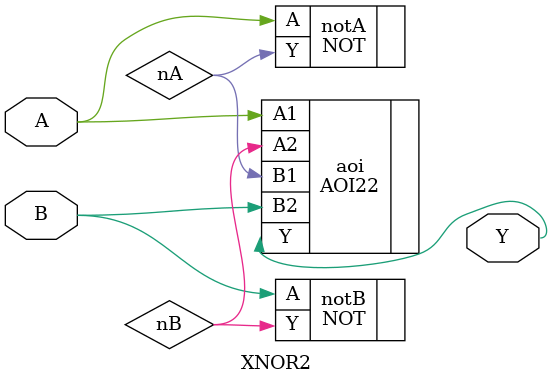
<source format=v>
`include "../NOT/NOT.v"
`include "../AOI22/AOI22.v"

module XNOR2(
    output Y,
    input A,
    input B
);
    wire nA, nB;
    NOT notA(.A(A), .Y(nA));    
    NOT notB(.A(B), .Y(nB));
    AOI22 aoi(
        .A1(A),
        .A2(nB),
        .B1(nA),
        .B2(B),
        .Y(Y)
    );
endmodule
</source>
